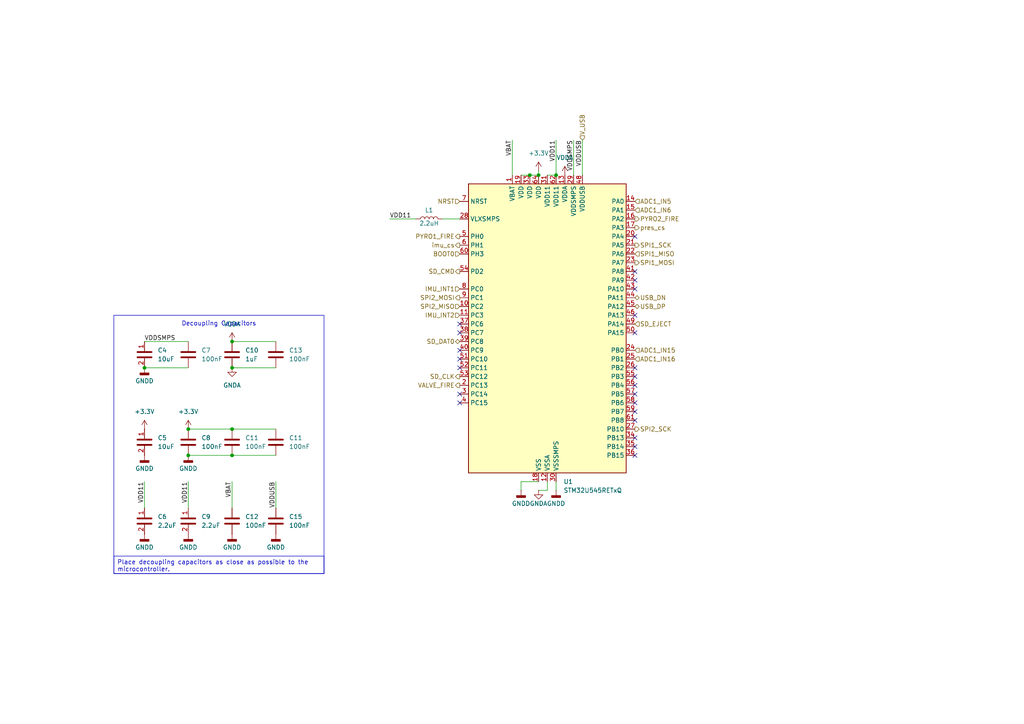
<source format=kicad_sch>
(kicad_sch (version 20250114) (generator "eeschema") (generator_version "9.0")
  (paper "A4")
  (title_block (title "Ride-Along Module") (date "2025-04-10") (rev "1") (company "Rowan Rocketry"))
  (lib_symbols
    (symbol "C_1" (pin_names (offset 0.254))
      (property "Reference" "C" (at 0.635 2.54 0))
      (property "Value" "C" (at 0.635 -2.54 0))
      (symbol "C_1_0_1"
        (polyline (pts (xy -2.032 0.762) (xy 2.032 0.762)) (stroke (width 0.508)))
        (polyline (pts (xy -2.032 -0.762) (xy 2.032 -0.762)) (stroke (width 0.508)))
      )
      (symbol "C_1_1_1"
        (pin passive line (at 0 3.81 270) (length 2.794) (name "~") (number "1"))
        (pin passive line (at 0 -3.81 90) (length 2.794) (name "~") (number "2"))
      )
    )
    (symbol "C_2" (pin_names (offset 0.254))
      (property "Reference" "C" (at 0.635 2.54 0))
      (property "Value" "C" (at 0.635 -2.54 0))
      (symbol "C_2_0_1"
        (polyline (pts (xy -2.032 0.762) (xy 2.032 0.762)) (stroke (width 0.508)))
        (polyline (pts (xy -2.032 -0.762) (xy 2.032 -0.762)) (stroke (width 0.508)))
      )
      (symbol "C_2_1_1"
        (pin passive line (at 0 3.81 270) (length 2.794) (name "~") (number "1"))
        (pin passive line (at 0 -3.81 90) (length 2.794) (name "~") (number "2"))
      )
    )
    (symbol "C_3" (pin_names (offset 0.254))
      (property "Reference" "C" (at 0.635 2.54 0))
      (property "Value" "C" (at 0.635 -2.54 0))
      (symbol "C_3_0_1"
        (polyline (pts (xy -2.032 0.762) (xy 2.032 0.762)) (stroke (width 0.508)))
        (polyline (pts (xy -2.032 -0.762) (xy 2.032 -0.762)) (stroke (width 0.508)))
      )
      (symbol "C_3_1_1"
        (pin passive line (at 0 3.81 270) (length 2.794) (name "~") (number "1"))
        (pin passive line (at 0 -3.81 90) (length 2.794) (name "~") (number "2"))
      )
    )
    (symbol "C_4" (pin_names (offset 0.254))
      (property "Reference" "C" (at 0.635 2.54 0))
      (property "Value" "C" (at 0.635 -2.54 0))
      (symbol "C_4_0_1"
        (polyline (pts (xy -2.032 0.762) (xy 2.032 0.762)) (stroke (width 0.508)))
        (polyline (pts (xy -2.032 -0.762) (xy 2.032 -0.762)) (stroke (width 0.508)))
      )
      (symbol "C_4_1_1"
        (pin passive line (at 0 3.81 270) (length 2.794) (name "~") (number "1"))
        (pin passive line (at 0 -3.81 90) (length 2.794) (name "~") (number "2"))
      )
    )
    (symbol "Device:C" (pin_numbers (hide yes)) (pin_names (offset 0.254))
      (property "Reference" "C" (at 0.635 2.54 0))
      (property "Value" "C" (at 0.635 -2.54 0))
      (symbol "C_0_1"
        (polyline (pts (xy -2.032 0.762) (xy 2.032 0.762)) (stroke (width 0.508)))
        (polyline (pts (xy -2.032 -0.762) (xy 2.032 -0.762)) (stroke (width 0.508)))
      )
      (symbol "C_1_1"
        (pin passive line (at 0 3.81 270) (length 2.794) (name "~") (number "1"))
        (pin passive line (at 0 -3.81 90) (length 2.794) (name "~") (number "2"))
      )
    )
    (symbol "Device:L" (pin_numbers (hide yes)) (pin_names (offset 1.016) (hide yes))
      (property "Reference" "L" (at -1.27 0 90))
      (property "Value" "L" (at 1.905 0 90))
      (symbol "L_0_1"
        (arc (start 0 2.54) (mid 0.6323 1.905) (end 0 1.27))
        (arc (start 0 1.27) (mid 0.6323 0.635) (end 0 0))
        (arc (start 0 0) (mid 0.6323 -0.635) (end 0 -1.27))
        (arc (start 0 -1.27) (mid 0.6323 -1.905) (end 0 -2.54))
      )
      (symbol "L_1_1"
        (pin passive line (at 0 3.81 270) (length 1.27) (name "1") (number "1"))
        (pin passive line (at 0 -3.81 90) (length 1.27) (name "2") (number "2"))
      )
    )
    (symbol "MCU_ST_STM32U5:STM32U545RETxQ"
      (property "Reference" "U" (at -22.86 44.45 0))
      (property "Value" "STM32U545RETxQ" (at 12.7 44.45 0))
      (symbol "STM32U545RETxQ_0_1"
        (rectangle (start -22.86 -40.64) (end 22.86 43.18) (stroke (width 0.254)) (fill (type background)))
      )
      (symbol "STM32U545RETxQ_1_1"
        (pin input line (at -25.4 38.1 0) (length 2.54) (name "NRST") (number "7"))
        (pin power_in line (at -25.4 33.02 0) (length 2.54) (name "VLXSMPS") (number "28"))
        (pin bidirectional line (at -25.4 27.94 0) (length 2.54) (name "PH0") (number "5"))
        (pin bidirectional line (at -25.4 25.4 0) (length 2.54) (name "PH1") (number "6"))
        (pin bidirectional line (at -25.4 22.86 0) (length 2.54) (name "PH3") (number "60"))
        (pin bidirectional line (at -25.4 17.78 0) (length 2.54) (name "PD2") (number "54"))
        (pin bidirectional line (at -25.4 12.7 0) (length 2.54) (name "PC0") (number "8"))
        (pin bidirectional line (at -25.4 10.16 0) (length 2.54) (name "PC1") (number "9"))
        (pin bidirectional line (at -25.4 7.62 0) (length 2.54) (name "PC2") (number "10"))
        (pin bidirectional line (at -25.4 5.08 0) (length 2.54) (name "PC3") (number "11"))
        (pin bidirectional line (at -25.4 2.54 0) (length 2.54) (name "PC6") (number "37"))
        (pin bidirectional line (at -25.4 0 0) (length 2.54) (name "PC7") (number "38"))
        (pin bidirectional line (at -25.4 -2.54 0) (length 2.54) (name "PC8") (number "39"))
        (pin bidirectional line (at -25.4 -5.08 0) (length 2.54) (name "PC9") (number "40"))
        (pin bidirectional line (at -25.4 -7.62 0) (length 2.54) (name "PC10") (number "51"))
        (pin bidirectional line (at -25.4 -10.16 0) (length 2.54) (name "PC11") (number "52"))
        (pin bidirectional line (at -25.4 -12.7 0) (length 2.54) (name "PC12") (number "53"))
        (pin bidirectional line (at -25.4 -15.24 0) (length 2.54) (name "PC13") (number "2"))
        (pin bidirectional line (at -25.4 -17.78 0) (length 2.54) (name "PC14") (number "3"))
        (pin bidirectional line (at -25.4 -20.32 0) (length 2.54) (name "PC15") (number "4"))
        (pin power_in line (at -10.16 45.72 270) (length 2.54) (name "VBAT") (number "1"))
        (pin power_in line (at -7.62 45.72 270) (length 2.54) (name "VDD") (number "19"))
        (pin power_in line (at -5.08 45.72 270) (length 2.54) (name "VDD") (number "33"))
        (pin power_in line (at -2.54 45.72 270) (length 2.54) (name "VDD") (number "64"))
        (pin power_in line (at -2.54 -43.18 90) (length 2.54) (name "VSS") (number "18"))
        (pin passive line (at -2.54 -43.18 90) (length 2.54) (hide yes) (name "VSS") (number "32"))
        (pin passive line (at -2.54 -43.18 90) (length 2.54) (hide yes) (name "VSS") (number "47"))
        (pin passive line (at -2.54 -43.18 90) (length 2.54) (hide yes) (name "VSS") (number "63"))
        (pin power_in line (at 0 45.72 270) (length 2.54) (name "VDD11") (number "31"))
        (pin power_in line (at 0 -43.18 90) (length 2.54) (name "VSSA") (number "12"))
        (pin power_in line (at 2.54 45.72 270) (length 2.54) (name "VDD11") (number "62"))
        (pin power_in line (at 2.54 -43.18 90) (length 2.54) (name "VSSSMPS") (number "30"))
        (pin power_in line (at 5.08 45.72 270) (length 2.54) (name "VDDA") (number "13"))
        (pin power_in line (at 7.62 45.72 270) (length 2.54) (name "VDDSMPS") (number "29"))
        (pin power_in line (at 10.16 45.72 270) (length 2.54) (name "VDDUSB") (number "48"))
        (pin bidirectional line (at 25.4 38.1 180) (length 2.54) (name "PA0") (number "14"))
        (pin bidirectional line (at 25.4 35.56 180) (length 2.54) (name "PA1") (number "15"))
        (pin bidirectional line (at 25.4 33.02 180) (length 2.54) (name "PA2") (number "16"))
        (pin bidirectional line (at 25.4 30.48 180) (length 2.54) (name "PA3") (number "17"))
        (pin bidirectional line (at 25.4 27.94 180) (length 2.54) (name "PA4") (number "20"))
        (pin bidirectional line (at 25.4 25.4 180) (length 2.54) (name "PA5") (number "21"))
        (pin bidirectional line (at 25.4 22.86 180) (length 2.54) (name "PA6") (number "22"))
        (pin bidirectional line (at 25.4 20.32 180) (length 2.54) (name "PA7") (number "23"))
        (pin bidirectional line (at 25.4 17.78 180) (length 2.54) (name "PA8") (number "41"))
        (pin bidirectional line (at 25.4 15.24 180) (length 2.54) (name "PA9") (number "42"))
        (pin bidirectional line (at 25.4 12.7 180) (length 2.54) (name "PA10") (number "43"))
        (pin bidirectional line (at 25.4 10.16 180) (length 2.54) (name "PA11") (number "44"))
        (pin bidirectional line (at 25.4 7.62 180) (length 2.54) (name "PA12") (number "45"))
        (pin bidirectional line (at 25.4 5.08 180) (length 2.54) (name "PA13") (number "46"))
        (pin bidirectional line (at 25.4 2.54 180) (length 2.54) (name "PA14") (number "49"))
        (pin bidirectional line (at 25.4 0 180) (length 2.54) (name "PA15") (number "50"))
        (pin bidirectional line (at 25.4 -5.08 180) (length 2.54) (name "PB0") (number "24"))
        (pin bidirectional line (at 25.4 -7.62 180) (length 2.54) (name "PB1") (number "25"))
        (pin bidirectional line (at 25.4 -10.16 180) (length 2.54) (name "PB2") (number "26"))
        (pin bidirectional line (at 25.4 -12.7 180) (length 2.54) (name "PB3") (number "55"))
        (pin bidirectional line (at 25.4 -15.24 180) (length 2.54) (name "PB4") (number "56"))
        (pin bidirectional line (at 25.4 -17.78 180) (length 2.54) (name "PB5") (number "57"))
        (pin bidirectional line (at 25.4 -20.32 180) (length 2.54) (name "PB6") (number "58"))
        (pin bidirectional line (at 25.4 -22.86 180) (length 2.54) (name "PB7") (number "59"))
        (pin bidirectional line (at 25.4 -25.4 180) (length 2.54) (name "PB8") (number "61"))
        (pin bidirectional line (at 25.4 -27.94 180) (length 2.54) (name "PB10") (number "27"))
        (pin bidirectional line (at 25.4 -30.48 180) (length 2.54) (name "PB13") (number "34"))
        (pin bidirectional line (at 25.4 -33.02 180) (length 2.54) (name "PB14") (number "35"))
        (pin bidirectional line (at 25.4 -35.56 180) (length 2.54) (name "PB15") (number "36"))
      )
    )
    (symbol "power:+3.3V" (power) (pin_numbers (hide yes)) (pin_names (offset 0) (hide yes))
      (property "Value" "+3.3V" (at 0 3.556 0))
      (symbol "+3.3V_0_1"
        (polyline (pts (xy -0.762 1.27) (xy 0 2.54)))
        (polyline (pts (xy 0 2.54) (xy 0.762 1.27)))
        (polyline (pts (xy 0 0) (xy 0 2.54)))
      )
      (symbol "+3.3V_1_1"
        (pin power_in line (at 0 0 90) (length 0) (name "~") (number "1"))
      )
    )
    (symbol "power:GNDA" (power) (pin_numbers (hide yes)) (pin_names (offset 0) (hide yes))
      (property "Value" "GNDA" (at 0 -3.81 0))
      (symbol "GNDA_0_1"
        (polyline (pts (xy 0 0) (xy 0 -1.27) (xy 1.27 -1.27) (xy 0 -2.54) (xy -1.27 -1.27) (xy 0 -1.27)))
      )
      (symbol "GNDA_1_1"
        (pin power_in line (at 0 0 270) (length 0) (name "~") (number "1"))
      )
    )
    (symbol "power:GNDD" (power) (pin_numbers (hide yes)) (pin_names (offset 0) (hide yes))
      (property "Value" "GNDD" (at 0 -3.175 0))
      (symbol "GNDD_0_1"
        (rectangle (start -1.27 -1.524) (end 1.27 -2.032) (stroke (width 0.254)) (fill (type outline)))
        (polyline (pts (xy 0 0) (xy 0 -1.524)))
      )
      (symbol "GNDD_1_1"
        (pin power_in line (at 0 0 270) (length 0) (name "~") (number "1"))
      )
    )
    (symbol "power:VDDA" (power) (pin_numbers (hide yes)) (pin_names (offset 0) (hide yes))
      (property "Value" "VDDA" (at 0 3.556 0))
      (symbol "VDDA_0_1"
        (polyline (pts (xy -0.762 1.27) (xy 0 2.54)))
        (polyline (pts (xy 0 2.54) (xy 0.762 1.27)))
        (polyline (pts (xy 0 0) (xy 0 2.54)))
      )
      (symbol "VDDA_1_1"
        (pin power_in line (at 0 0 90) (length 0) (name "~") (number "1"))
      )
    )
  )
  (rectangle (start 33.02 91.44) (end 93.98 166.37))
  (text "Decoupling Capacitors" (at 63.5 93.98 0) (effects (font (size 1.27 1.27))))
  (text_box "Place decoupling capacitors as close as possible to the microcontroller." (at 33.02 161.29 0) (size 60.96 5.08) (margins 0.9525 0.9525 0.9525 0.9525) (effects (font (size 1.27 1.27)) (justify left top)))
  (junction (at 156.21 50.8))
  (junction (at 67.31 106.68))
  (junction (at 161.29 50.8))
  (junction (at 54.61 132.08))
  (junction (at 41.91 106.68))
  (junction (at 54.61 124.46))
  (junction (at 67.31 132.08))
  (junction (at 67.31 124.46))
  (junction (at 153.67 50.8))
  (junction (at 67.31 99.06))
  (no_connect (at 184.15 127))
  (no_connect (at 133.35 101.6))
  (no_connect (at 184.15 106.68))
  (no_connect (at 184.15 111.76))
  (no_connect (at 184.15 96.52))
  (no_connect (at 184.15 83.82))
  (no_connect (at 133.35 106.68))
  (no_connect (at 184.15 132.08))
  (no_connect (at 184.15 91.44))
  (no_connect (at 184.15 116.84))
  (no_connect (at 184.15 129.54))
  (no_connect (at 184.15 68.58))
  (no_connect (at 184.15 121.92))
  (no_connect (at 133.35 116.84))
  (no_connect (at 133.35 114.3))
  (no_connect (at 184.15 81.28))
  (no_connect (at 184.15 114.3))
  (no_connect (at 184.15 119.38))
  (no_connect (at 133.35 96.52))
  (no_connect (at 184.15 109.22))
  (no_connect (at 133.35 104.14))
  (no_connect (at 133.35 93.98))
  (no_connect (at 184.15 78.74))
  (wire (pts (xy 41.91 139.7) (xy 41.91 147.32)))
  (wire (pts (xy 54.61 132.08) (xy 67.31 132.08)))
  (wire (pts (xy 41.91 106.68) (xy 54.61 106.68)))
  (wire (pts (xy 54.61 124.46) (xy 67.31 124.46)))
  (wire (pts (xy 41.91 99.06) (xy 54.61 99.06)))
  (wire (pts (xy 113.03 63.5) (xy 120.65 63.5)))
  (wire (pts (xy 153.67 50.8) (xy 156.21 50.8)))
  (wire (pts (xy 166.37 40.64) (xy 166.37 50.8)))
  (wire (pts (xy 80.01 139.7) (xy 80.01 147.32)))
  (wire (pts (xy 161.29 40.64) (xy 161.29 50.8)))
  (wire (pts (xy 67.31 124.46) (xy 80.01 124.46)))
  (wire (pts (xy 156.21 142.24) (xy 158.75 142.24)))
  (wire (pts (xy 151.13 139.7) (xy 156.21 139.7)))
  (wire (pts (xy 158.75 50.8) (xy 161.29 50.8)))
  (wire (pts (xy 128.27 63.5) (xy 133.35 63.5)))
  (wire (pts (xy 151.13 139.7) (xy 151.13 142.24)))
  (wire (pts (xy 67.31 106.68) (xy 80.01 106.68)))
  (wire (pts (xy 161.29 139.7) (xy 161.29 142.24)))
  (wire (pts (xy 151.13 50.8) (xy 153.67 50.8)))
  (wire (pts (xy 67.31 99.06) (xy 80.01 99.06)))
  (wire (pts (xy 148.59 40.64) (xy 148.59 50.8)))
  (wire (pts (xy 168.91 40.64) (xy 168.91 50.8)))
  (wire (pts (xy 67.31 132.08) (xy 80.01 132.08)))
  (wire (pts (xy 158.75 142.24) (xy 158.75 139.7)))
  (wire (pts (xy 67.31 139.7) (xy 67.31 147.32)))
  (wire (pts (xy 156.21 49.53) (xy 156.21 50.8)))
  (wire (pts (xy 54.61 139.7) (xy 54.61 147.32)))
  (label "VDD11" (at 113.03 63.5 0))
  (label "VDDUSB" (at 80.01 139.7 270))
  (label "VDDSMPS" (at 166.37 40.64 270))
  (label "VDD11" (at 54.61 139.7 270))
  (label "VDDUSB" (at 168.91 40.64 270))
  (label "VDDSMPS" (at 41.91 99.06 0))
  (label "VBAT" (at 67.31 139.7 270))
  (label "VDD11" (at 41.91 139.7 270))
  (label "VBAT" (at 148.59 40.64 270))
  (label "VDD11" (at 161.29 40.64 270))
  (hierarchical_label "IMU_INT2" (shape input) (at 133.35 91.44 180))
  (hierarchical_label "NRST" (shape input) (at 133.35 58.42 180))
  (hierarchical_label "USB_DP" (shape bidirectional) (at 184.15 88.9 0))
  (hierarchical_label "ADC1_IN16" (shape input) (at 184.15 104.14 0))
  (hierarchical_label "SPI1_SCK" (shape output) (at 184.15 71.12 0))
  (hierarchical_label "IMU_INT1" (shape input) (at 133.35 83.82 180))
  (hierarchical_label "SPI1_MOSI" (shape output) (at 184.15 76.2 0))
  (hierarchical_label "SD_CMD" (shape output) (at 133.35 78.74 180))
  (hierarchical_label "ADC1_IN5" (shape input) (at 184.15 58.42 0))
  (hierarchical_label "V_USB" (shape input) (at 168.91 40.64 90))
  (hierarchical_label "ADC1_IN15" (shape input) (at 184.15 101.6 0))
  (hierarchical_label "SPI2_SCK" (shape output) (at 184.15 124.46 0))
  (hierarchical_label "pres_cs" (shape output) (at 184.15 66.04 0))
  (hierarchical_label "imu_cs" (shape output) (at 133.35 71.12 180))
  (hierarchical_label "USB_DN" (shape bidirectional) (at 184.15 86.36 0))
  (hierarchical_label "ADC1_IN6" (shape input) (at 184.15 60.96 0))
  (hierarchical_label "SD_CLK" (shape output) (at 133.35 109.22 180))
  (hierarchical_label "PYRO1_FIRE" (shape output) (at 133.35 68.58 180))
  (hierarchical_label "VALVE_FIRE" (shape output) (at 133.35 111.76 180))
  (hierarchical_label "PYRO2_FIRE" (shape output) (at 184.15 63.5 0))
  (hierarchical_label "SD_DAT0" (shape bidirectional) (at 133.35 99.06 180))
  (hierarchical_label "SPI1_MISO" (shape input) (at 184.15 73.66 0))
  (hierarchical_label "SPI2_MISO" (shape input) (at 133.35 88.9 180))
  (hierarchical_label "SD_EJECT" (shape input) (at 184.15 93.98 0))
  (hierarchical_label "SPI2_MOSI" (shape output) (at 133.35 86.36 180))
  (hierarchical_label "BOOT0" (shape input) (at 133.35 73.66 180))
  (symbol (lib_id "MCU_ST_STM32U5:STM32U545RETxQ") (at 158.75 96.52 0) (unit 1)
    (property "Reference" "U1" (at 163.4333 139.7 0) (effects (justify left)))
    (property "Value" "STM32U545RETxQ" (at 163.4333 142.24 0) (effects (justify left)))
    (property "Footprint" "Package_QFP:LQFP-64_10x10mm_P0.5mm" (effects (hide yes)))
    (property "Datasheet" "https://www.st.com/resource/en/datasheet/stm32u545re.pdf" (effects (hide yes)))
    (property "Description" "STMicroelectronics Arm Cortex-M33 MCU, 512KB flash, 274KB RAM, 47 GPIO, LQFP64" (effects (hide yes)))
    (property "Purchase" "https://www.digikey.com/en/products/detail/stmicroelectronics/STM32U545RET6Q/20412792?s=N4IgjCBcoLQExVAYygFwE4FcCmAaEA9lANogCcI%2BArCALoC%2B9%2BCkpAzqgLYDMcmVAFirpsdekA" (effects (hide yes)))
  )
  (symbol (lib_id "power:GNDD") (at 151.13 142.24 0) (unit 1)
    (property "Reference" "#PWR09" (effects (hide yes)))
    (property "Value" "GNDD" (at 151.13 146.05 0))
    (property "Description" "Power symbol creates a global label with name \"GNDD\" , digital ground" (effects (hide yes)))
  )
  (symbol (lib_id "power:GNDA") (at 156.21 142.24 0) (unit 1)
    (property "Reference" "#PWR010" (effects (hide yes)))
    (property "Value" "GNDA" (at 156.21 146.05 0))
    (property "Description" "Power symbol creates a global label with name \"GNDA\" , analog ground" (effects (hide yes)))
  )
  (symbol (lib_id "Device:C") (at 67.31 128.27 0) (unit 1)
    (property "Reference" "C11" (at 71.12 126.9999 0) (effects (justify left)))
    (property "Value" "100nF" (at 71.12 129.5399 0) (effects (justify left)))
    (property "Footprint" "Capacitor_SMD:C_0603_1608Metric_Pad1.08x0.95mm_HandSolder" (effects (hide yes)))
    (property "Description" "Unpolarized capacitor" (effects (hide yes)))
  )
  (symbol (lib_id "Device:L") (at 124.46 63.5 90) (unit 1)
    (property "Reference" "L1" (at 124.46 60.96 90))
    (property "Value" "2.2uH" (at 124.46 64.77 90))
    (property "Footprint" "Inductor_SMD:L_0603_1608Metric_Pad1.05x0.95mm_HandSolder" (effects (hide yes)))
    (property "Description" "Inductor" (effects (hide yes)))
  )
  (symbol (lib_name "C_3") (lib_id "Device:C") (at 54.61 151.13 0) (unit 1)
    (property "Reference" "C9" (at 58.42 149.8599 0) (effects (justify left)))
    (property "Value" "2.2uF" (at 58.42 152.3999 0) (effects (justify left)))
    (property "Footprint" "Capacitor_SMD:C_0603_1608Metric_Pad1.08x0.95mm_HandSolder" (effects (hide yes)))
    (property "Description" "Unpolarized capacitor" (effects (hide yes)))
  )
  (symbol (lib_id "power:GNDD") (at 54.61 132.08 0) (unit 1)
    (property "Reference" "#PWR04" (effects (hide yes)))
    (property "Value" "GNDD" (at 54.61 135.89 0))
    (property "Description" "Power symbol creates a global label with name \"GNDD\" , digital ground" (effects (hide yes)))
  )
  (symbol (lib_id "power:GNDD") (at 161.29 142.24 0) (unit 1)
    (property "Reference" "#PWR014" (effects (hide yes)))
    (property "Value" "GNDD" (at 161.29 146.05 0))
    (property "Description" "Power symbol creates a global label with name \"GNDD\" , digital ground" (effects (hide yes)))
  )
  (symbol (lib_id "power:GNDD") (at 41.91 154.94 0) (unit 1)
    (property "Reference" "#PWR03" (effects (hide yes)))
    (property "Value" "GNDD" (at 41.91 158.75 0))
    (property "Description" "Power symbol creates a global label with name \"GNDD\" , digital ground" (effects (hide yes)))
  )
  (symbol (lib_id "power:GNDD") (at 41.91 106.68 0) (unit 1)
    (property "Reference" "#PWR01" (effects (hide yes)))
    (property "Value" "GNDD" (at 41.91 110.49 0))
    (property "Description" "Power symbol creates a global label with name \"GNDD\" , digital ground" (effects (hide yes)))
  )
  (symbol (lib_name "C_1") (lib_id "Device:C") (at 41.91 128.27 0) (unit 1)
    (property "Reference" "C5" (at 45.72 126.9999 0) (effects (justify left)))
    (property "Value" "10uF" (at 45.72 129.5399 0) (effects (justify left)))
    (property "Footprint" "Capacitor_SMD:C_0603_1608Metric_Pad1.08x0.95mm_HandSolder" (effects (hide yes)))
    (property "Description" "Unpolarized capacitor" (effects (hide yes)))
  )
  (symbol (lib_id "power:GNDA") (at 67.31 106.68 0) (unit 1)
    (property "Reference" "#PWR06" (effects (hide yes)))
    (property "Value" "GNDA" (at 67.31 111.76 0))
    (property "Description" "Power symbol creates a global label with name \"GNDA\" , analog ground" (effects (hide yes)))
  )
  (symbol (lib_id "power:GNDD") (at 54.61 154.94 0) (unit 1)
    (property "Reference" "#PWR05" (effects (hide yes)))
    (property "Value" "GNDD" (at 54.61 158.75 0))
    (property "Description" "Power symbol creates a global label with name \"GNDD\" , digital ground" (effects (hide yes)))
  )
  (symbol (lib_name "C_2") (lib_id "Device:C") (at 41.91 151.13 0) (unit 1)
    (property "Reference" "C6" (at 45.72 149.8599 0) (effects (justify left)))
    (property "Value" "2.2uF" (at 45.72 152.3999 0) (effects (justify left)))
    (property "Footprint" "Capacitor_SMD:C_0603_1608Metric_Pad1.08x0.95mm_HandSolder" (effects (hide yes)))
    (property "Description" "Unpolarized capacitor" (effects (hide yes)))
  )
  (symbol (lib_id "Device:C") (at 67.31 102.87 0) (unit 1)
    (property "Reference" "C10" (at 71.12 101.5999 0) (effects (justify left)))
    (property "Value" "1uF" (at 71.12 104.1399 0) (effects (justify left)))
    (property "Footprint" "Capacitor_SMD:C_0603_1608Metric_Pad1.08x0.95mm_HandSolder" (effects (hide yes)))
    (property "Description" "Unpolarized capacitor" (effects (hide yes)))
  )
  (symbol (lib_id "power:+3.3V") (at 41.91 124.46 0) (unit 1)
    (property "Reference" "#PWR070" (effects (hide yes)))
    (property "Value" "+3.3V" (at 41.91 119.38 0))
    (property "Description" "Power symbol creates a global label with name \"+3.3V\"" (effects (hide yes)))
  )
  (symbol (lib_id "power:VDDA") (at 163.83 50.8 0) (unit 1)
    (property "Reference" "#PWR074" (effects (hide yes)))
    (property "Value" "VDDA" (at 163.83 45.72 0))
    (property "Description" "Power symbol creates a global label with name \"VDDA\"" (effects (hide yes)))
  )
  (symbol (lib_id "power:GNDD") (at 41.91 132.08 0) (unit 1)
    (property "Reference" "#PWR02" (effects (hide yes)))
    (property "Value" "GNDD" (at 41.91 135.89 0))
    (property "Description" "Power symbol creates a global label with name \"GNDD\" , digital ground" (effects (hide yes)))
  )
  (symbol (lib_id "Device:C") (at 54.61 102.87 0) (unit 1)
    (property "Reference" "C7" (at 58.42 101.5999 0) (effects (justify left)))
    (property "Value" "100nF" (at 58.42 104.1399 0) (effects (justify left)))
    (property "Footprint" "Capacitor_SMD:C_0603_1608Metric_Pad1.08x0.95mm_HandSolder" (effects (hide yes)))
    (property "Description" "Unpolarized capacitor" (effects (hide yes)))
  )
  (symbol (lib_id "Device:C") (at 54.61 128.27 0) (unit 1)
    (property "Reference" "C8" (at 58.42 126.9999 0) (effects (justify left)))
    (property "Value" "100nF" (at 58.42 129.5399 0) (effects (justify left)))
    (property "Footprint" "Capacitor_SMD:C_0603_1608Metric_Pad1.08x0.95mm_HandSolder" (effects (hide yes)))
    (property "Description" "Unpolarized capacitor" (effects (hide yes)))
  )
  (symbol (lib_id "power:GNDD") (at 80.01 154.94 0) (unit 1)
    (property "Reference" "#PWR08" (effects (hide yes)))
    (property "Value" "GNDD" (at 80.01 158.75 0))
    (property "Description" "Power symbol creates a global label with name \"GNDD\" , digital ground" (effects (hide yes)))
  )
  (symbol (lib_id "Device:C") (at 80.01 151.13 0) (unit 1)
    (property "Reference" "C15" (at 83.82 149.8599 0) (effects (justify left)))
    (property "Value" "100nF" (at 83.82 152.3999 0) (effects (justify left)))
    (property "Footprint" "Capacitor_SMD:C_0603_1608Metric_Pad1.08x0.95mm_HandSolder" (effects (hide yes)))
    (property "Description" "Unpolarized capacitor" (effects (hide yes)))
  )
  (symbol (lib_name "C_4") (lib_id "Device:C") (at 41.91 102.87 0) (unit 1)
    (property "Reference" "C4" (at 45.72 101.5999 0) (effects (justify left)))
    (property "Value" "10uF" (at 45.72 104.1399 0) (effects (justify left)))
    (property "Footprint" "Capacitor_SMD:C_0603_1608Metric_Pad1.08x0.95mm_HandSolder" (effects (hide yes)))
    (property "Description" "Unpolarized capacitor" (effects (hide yes)))
  )
  (symbol (lib_id "Device:C") (at 67.31 151.13 0) (unit 1)
    (property "Reference" "C12" (at 71.12 149.8599 0) (effects (justify left)))
    (property "Value" "100nF" (at 71.12 152.3999 0) (effects (justify left)))
    (property "Footprint" "Capacitor_SMD:C_0603_1608Metric_Pad1.08x0.95mm_HandSolder" (effects (hide yes)))
    (property "Description" "Unpolarized capacitor" (effects (hide yes)))
  )
  (symbol (lib_id "Device:C") (at 80.01 102.87 0) (unit 1)
    (property "Reference" "C13" (at 83.82 101.5999 0) (effects (justify left)))
    (property "Value" "100nF" (at 83.82 104.1399 0) (effects (justify left)))
    (property "Footprint" "Capacitor_SMD:C_0603_1608Metric_Pad1.08x0.95mm_HandSolder" (effects (hide yes)))
    (property "Description" "Unpolarized capacitor" (effects (hide yes)))
  )
  (symbol (lib_id "power:GNDD") (at 67.31 154.94 0) (unit 1)
    (property "Reference" "#PWR07" (effects (hide yes)))
    (property "Value" "GNDD" (at 67.31 158.75 0))
    (property "Description" "Power symbol creates a global label with name \"GNDD\" , digital ground" (effects (hide yes)))
  )
  (symbol (lib_id "Device:C") (at 80.01 128.27 0) (unit 1)
    (property "Reference" "C11" (at 83.82 126.9999 0) (effects (justify left)))
    (property "Value" "100nF" (at 83.82 129.5399 0) (effects (justify left)))
    (property "Footprint" "Capacitor_SMD:C_0603_1608Metric_Pad1.08x0.95mm_HandSolder" (effects (hide yes)))
    (property "Description" "Unpolarized capacitor" (effects (hide yes)))
  )
  (symbol (lib_id "power:+3.3V") (at 54.61 124.46 0) (unit 1)
    (property "Reference" "#PWR071" (effects (hide yes)))
    (property "Value" "+3.3V" (at 54.61 119.38 0))
    (property "Description" "Power symbol creates a global label with name \"+3.3V\"" (effects (hide yes)))
  )
  (symbol (lib_id "power:+3.3V") (at 156.21 49.53 0) (unit 1)
    (property "Reference" "#PWR013" (effects (hide yes)))
    (property "Value" "+3.3V" (at 156.21 44.45 0))
    (property "Description" "Power symbol creates a global label with name \"+3.3V\"" (effects (hide yes)))
  )
  (symbol (lib_id "power:VDDA") (at 67.31 99.06 0) (unit 1)
    (property "Reference" "#PWR073" (effects (hide yes)))
    (property "Value" "VDDA" (at 67.31 93.98 0))
    (property "Description" "Power symbol creates a global label with name \"VDDA\"" (effects (hide yes)))
  )
)
</source>
